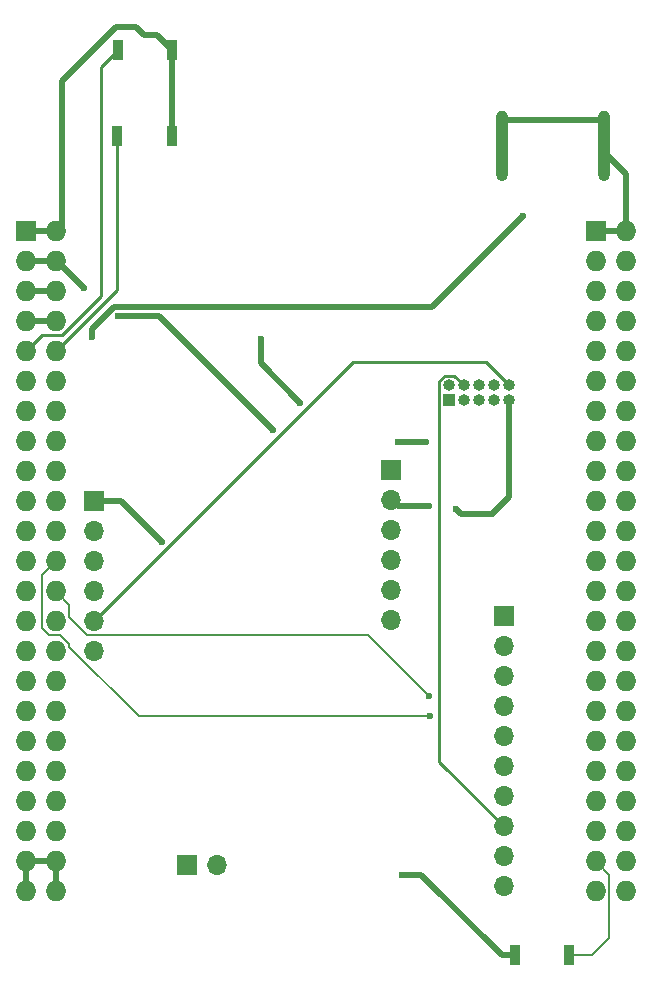
<source format=gbr>
%TF.GenerationSoftware,KiCad,Pcbnew,(5.1.9-0-10_14)*%
%TF.CreationDate,2021-02-17T21:02:51+08:00*%
%TF.ProjectId,bbb_multirouter,6262625f-6d75-46c7-9469-726f75746572,rev?*%
%TF.SameCoordinates,Original*%
%TF.FileFunction,Copper,L1,Top*%
%TF.FilePolarity,Positive*%
%FSLAX46Y46*%
G04 Gerber Fmt 4.6, Leading zero omitted, Abs format (unit mm)*
G04 Created by KiCad (PCBNEW (5.1.9-0-10_14)) date 2021-02-17 21:02:51*
%MOMM*%
%LPD*%
G01*
G04 APERTURE LIST*
%TA.AperFunction,ComponentPad*%
%ADD10O,1.700000X1.700000*%
%TD*%
%TA.AperFunction,ComponentPad*%
%ADD11R,1.700000X1.700000*%
%TD*%
%TA.AperFunction,ComponentPad*%
%ADD12O,1.000000X1.000000*%
%TD*%
%TA.AperFunction,ComponentPad*%
%ADD13R,1.000000X1.000000*%
%TD*%
%TA.AperFunction,SMDPad,CuDef*%
%ADD14R,0.899998X1.699997*%
%TD*%
%TA.AperFunction,ComponentPad*%
%ADD15O,1.000000X2.100000*%
%TD*%
%TA.AperFunction,ComponentPad*%
%ADD16O,1.000000X1.600000*%
%TD*%
%TA.AperFunction,ComponentPad*%
%ADD17R,1.727200X1.727200*%
%TD*%
%TA.AperFunction,ComponentPad*%
%ADD18O,1.727200X1.727200*%
%TD*%
%TA.AperFunction,ViaPad*%
%ADD19C,0.600000*%
%TD*%
%TA.AperFunction,Conductor*%
%ADD20C,0.508000*%
%TD*%
%TA.AperFunction,Conductor*%
%ADD21C,0.250000*%
%TD*%
%TA.AperFunction,Conductor*%
%ADD22C,0.254000*%
%TD*%
%TA.AperFunction,Conductor*%
%ADD23C,0.200000*%
%TD*%
%TA.AperFunction,Conductor*%
%ADD24C,1.016000*%
%TD*%
G04 APERTURE END LIST*
D10*
%TO.P,J5,10*%
%TO.N,RESETn*%
X156870100Y-117862400D03*
%TO.P,J5,9*%
%TO.N,/Sheet5FB19A08/DBG_TDI*%
X156870100Y-115322400D03*
%TO.P,J5,8*%
%TO.N,DBG_SWO*%
X156870100Y-112782400D03*
%TO.P,J5,7*%
%TO.N,DBG_SWDIO*%
X156870100Y-110242400D03*
%TO.P,J5,6*%
%TO.N,DBG_SWCLK*%
X156870100Y-107702400D03*
%TO.P,J5,5*%
%TO.N,/Sheet5FB19A08/PC11*%
X156870100Y-105162400D03*
%TO.P,J5,4*%
%TO.N,/Sheet5FB19A08/PC10*%
X156870100Y-102622400D03*
%TO.P,J5,3*%
%TO.N,UART1_TXD*%
X156870100Y-100082400D03*
%TO.P,J5,2*%
%TO.N,UART1_RXD*%
X156870100Y-97542400D03*
D11*
%TO.P,J5,1*%
%TO.N,GND*%
X156870100Y-95002400D03*
%TD*%
D10*
%TO.P,J4,6*%
%TO.N,/Sheet5FB19A08/I2C_SDA*%
X147320100Y-95282400D03*
%TO.P,J4,5*%
%TO.N,/Sheet5FB19A08/I2C_SCL*%
X147320100Y-92742400D03*
%TO.P,J4,4*%
%TO.N,/Sheet5FB19A08/PB12*%
X147320100Y-90202400D03*
%TO.P,J4,3*%
%TO.N,/Sheet5FB19A08/PB13*%
X147320100Y-87662400D03*
%TO.P,J4,2*%
%TO.N,GND*%
X147320100Y-85122400D03*
D11*
%TO.P,J4,1*%
%TO.N,+3V3*%
X147320100Y-82582400D03*
%TD*%
D12*
%TO.P,CON1,9*%
%TO.N,GND*%
X157310100Y-76717400D03*
%TO.P,CON1,10*%
%TO.N,UART0_TX*%
X157310100Y-75447400D03*
%TO.P,CON1,7*%
%TO.N,DBG_SWCLK*%
X156040100Y-76717400D03*
%TO.P,CON1,8*%
%TO.N,UART0_RX*%
X156040100Y-75447400D03*
%TO.P,CON1,5*%
%TO.N,DBG_SWDIO*%
X154770100Y-76717400D03*
%TO.P,CON1,6*%
%TO.N,GND*%
X154770100Y-75447400D03*
%TO.P,CON1,3*%
%TO.N,+3V3*%
X153500100Y-76717400D03*
%TO.P,CON1,4*%
%TO.N,DBG_SWO*%
X153500100Y-75447400D03*
%TO.P,CON1,2*%
%TO.N,RESETn*%
X152230100Y-75447400D03*
D13*
%TO.P,CON1,1*%
%TO.N,Net-(CON1-Pad1)*%
X152230100Y-76717400D03*
%TD*%
D14*
%TO.P,SW3,1*%
%TO.N,LCD_DATA2*%
X162390070Y-123712400D03*
%TO.P,SW3,2*%
%TO.N,GND*%
X157790130Y-123712400D03*
%TD*%
%TO.P,SW2,1*%
%TO.N,SYS_RESETN*%
X124120130Y-54372400D03*
%TO.P,SW2,2*%
%TO.N,GND*%
X128720070Y-54372400D03*
%TD*%
%TO.P,SW1,1*%
%TO.N,PWR_BUT*%
X124170130Y-47052400D03*
%TO.P,SW1,2*%
%TO.N,GND*%
X128770070Y-47052400D03*
%TD*%
D15*
%TO.P,J3,S1*%
%TO.N,GND*%
X165330100Y-57162400D03*
X156690100Y-57162400D03*
D16*
X156690100Y-52982400D03*
X165330100Y-52982400D03*
%TD*%
D10*
%TO.P,J2,2*%
%TO.N,USB_DP*%
X132570100Y-116039400D03*
D11*
%TO.P,J2,1*%
%TO.N,USB_DM*%
X130030100Y-116039400D03*
%TD*%
D10*
%TO.P,J1,6*%
%TO.N,Net-(J1-Pad6)*%
X122137100Y-97942400D03*
%TO.P,J1,5*%
%TO.N,UART0_TX*%
X122137100Y-95402400D03*
%TO.P,J1,4*%
%TO.N,UART0_RX*%
X122137100Y-92862400D03*
%TO.P,J1,3*%
%TO.N,Net-(J1-Pad3)*%
X122137100Y-90322400D03*
%TO.P,J1,2*%
%TO.N,Net-(J1-Pad2)*%
X122137100Y-87782400D03*
D11*
%TO.P,J1,1*%
%TO.N,GND*%
X122137100Y-85242400D03*
%TD*%
D17*
%TO.P,P8,1*%
%TO.N,GND*%
X164630100Y-62382400D03*
D18*
%TO.P,P8,2*%
X167170100Y-62382400D03*
%TO.P,P8,3*%
%TO.N,MMC1_DAT6*%
X164630100Y-64922400D03*
%TO.P,P8,4*%
%TO.N,MMC1_DAT7*%
X167170100Y-64922400D03*
%TO.P,P8,5*%
%TO.N,MMC1_DAT2*%
X164630100Y-67462400D03*
%TO.P,P8,6*%
%TO.N,MMC1_DAT3*%
X167170100Y-67462400D03*
%TO.P,P8,7*%
%TO.N,GPIO_66*%
X164630100Y-70002400D03*
%TO.P,P8,8*%
%TO.N,GPIO_67*%
X167170100Y-70002400D03*
%TO.P,P8,9*%
%TO.N,GPIO_69*%
X164630100Y-72542400D03*
%TO.P,P8,10*%
%TO.N,GPIO_68*%
X167170100Y-72542400D03*
%TO.P,P8,11*%
%TO.N,GPIO_45*%
X164630100Y-75082400D03*
%TO.P,P8,12*%
%TO.N,GPIO_44*%
X167170100Y-75082400D03*
%TO.P,P8,13*%
%TO.N,EHRPWM2B*%
X164630100Y-77622400D03*
%TO.P,P8,14*%
%TO.N,GPIO_26*%
X167170100Y-77622400D03*
%TO.P,P8,15*%
%TO.N,GPIO_47*%
X164630100Y-80162400D03*
%TO.P,P8,16*%
%TO.N,GPIO_46*%
X167170100Y-80162400D03*
%TO.P,P8,17*%
%TO.N,GPIO_27*%
X164630100Y-82702400D03*
%TO.P,P8,18*%
%TO.N,GPIO_65*%
X167170100Y-82702400D03*
%TO.P,P8,19*%
%TO.N,EHRPWM2A*%
X164630100Y-85242400D03*
%TO.P,P8,20*%
%TO.N,MMC1_CMD*%
X167170100Y-85242400D03*
%TO.P,P8,21*%
%TO.N,MMC1_CLK*%
X164630100Y-87782400D03*
%TO.P,P8,22*%
%TO.N,MMC1_DAT5*%
X167170100Y-87782400D03*
%TO.P,P8,23*%
%TO.N,MMC1_DAT4*%
X164630100Y-90322400D03*
%TO.P,P8,24*%
%TO.N,MMC1_DAT1*%
X167170100Y-90322400D03*
%TO.P,P8,25*%
%TO.N,MMC1_DAT0*%
X164630100Y-92862400D03*
%TO.P,P8,26*%
%TO.N,GPIO_61*%
X167170100Y-92862400D03*
%TO.P,P8,27*%
%TO.N,LCD_VSYNC*%
X164630100Y-95402400D03*
%TO.P,P8,28*%
%TO.N,LCD_PCLK*%
X167170100Y-95402400D03*
%TO.P,P8,29*%
%TO.N,LCD_HSYNC*%
X164630100Y-97942400D03*
%TO.P,P8,30*%
%TO.N,LCD_AC_BIAS*%
X167170100Y-97942400D03*
%TO.P,P8,31*%
%TO.N,LCD_DATA14*%
X164630100Y-100482400D03*
%TO.P,P8,32*%
%TO.N,LCD_DATA15*%
X167170100Y-100482400D03*
%TO.P,P8,33*%
%TO.N,LCD_DATA13*%
X164630100Y-103022400D03*
%TO.P,P8,34*%
%TO.N,LCD_DATA11*%
X167170100Y-103022400D03*
%TO.P,P8,35*%
%TO.N,LCD_DATA12*%
X164630100Y-105562400D03*
%TO.P,P8,36*%
%TO.N,LCD_DATA10*%
X167170100Y-105562400D03*
%TO.P,P8,37*%
%TO.N,LCD_DATA8*%
X164630100Y-108102400D03*
%TO.P,P8,38*%
%TO.N,LCD_DATA9*%
X167170100Y-108102400D03*
%TO.P,P8,39*%
%TO.N,LCD_DATA6*%
X164630100Y-110642400D03*
%TO.P,P8,40*%
%TO.N,LCD_DATA7*%
X167170100Y-110642400D03*
%TO.P,P8,41*%
%TO.N,LCD_DATA4*%
X164630100Y-113182400D03*
%TO.P,P8,42*%
%TO.N,LCD_DATA5*%
X167170100Y-113182400D03*
%TO.P,P8,43*%
%TO.N,LCD_DATA2*%
X164630100Y-115722400D03*
%TO.P,P8,44*%
%TO.N,LCD_DATA3*%
X167170100Y-115722400D03*
%TO.P,P8,45*%
%TO.N,LCD_DATA0*%
X164630100Y-118262400D03*
%TO.P,P8,46*%
%TO.N,LCD_DATA1*%
X167170100Y-118262400D03*
%TD*%
D17*
%TO.P,P9,1*%
%TO.N,GND*%
X116370100Y-62382400D03*
D18*
%TO.P,P9,2*%
X118910100Y-62382400D03*
%TO.P,P9,3*%
%TO.N,+3V3*%
X116370100Y-64922400D03*
%TO.P,P9,4*%
X118910100Y-64922400D03*
%TO.P,P9,5*%
%TO.N,+5V*%
X116370100Y-67462400D03*
%TO.P,P9,6*%
X118910100Y-67462400D03*
%TO.P,P9,7*%
%TO.N,SYS_5V*%
X116370100Y-70002400D03*
%TO.P,P9,8*%
X118910100Y-70002400D03*
%TO.P,P9,9*%
%TO.N,PWR_BUT*%
X116370100Y-72542400D03*
%TO.P,P9,10*%
%TO.N,SYS_RESETN*%
X118910100Y-72542400D03*
%TO.P,P9,11*%
%TO.N,UART4_RXD*%
X116370100Y-75082400D03*
%TO.P,P9,12*%
%TO.N,GPIO_60*%
X118910100Y-75082400D03*
%TO.P,P9,13*%
%TO.N,UART4_TXD*%
X116370100Y-77622400D03*
%TO.P,P9,14*%
%TO.N,EHRPWM1A*%
X118910100Y-77622400D03*
%TO.P,P9,15*%
%TO.N,GPIO_48*%
X116370100Y-80162400D03*
%TO.P,P9,16*%
%TO.N,EHRPWM1B*%
X118910100Y-80162400D03*
%TO.P,P9,17*%
%TO.N,SPI0_CS0*%
X116370100Y-82702400D03*
%TO.P,P9,18*%
%TO.N,SPI0_D1*%
X118910100Y-82702400D03*
%TO.P,P9,19*%
%TO.N,I2C2_SCL*%
X116370100Y-85242400D03*
%TO.P,P9,20*%
%TO.N,I2C2_SDA*%
X118910100Y-85242400D03*
%TO.P,P9,21*%
%TO.N,SPI0_D0*%
X116370100Y-87782400D03*
%TO.P,P9,22*%
%TO.N,SPI0_SCLK*%
X118910100Y-87782400D03*
%TO.P,P9,23*%
%TO.N,GPIO_49*%
X116370100Y-90322400D03*
%TO.P,P9,24*%
%TO.N,UART1_TXD*%
X118910100Y-90322400D03*
%TO.P,P9,25*%
%TO.N,GPIO_117*%
X116370100Y-92862400D03*
%TO.P,P9,26*%
%TO.N,UART1_RXD*%
X118910100Y-92862400D03*
%TO.P,P9,27*%
%TO.N,GPIO_115*%
X116370100Y-95402400D03*
%TO.P,P9,28*%
%TO.N,SPI1_CS0*%
X118910100Y-95402400D03*
%TO.P,P9,29*%
%TO.N,SPI1_D0*%
X116370100Y-97942400D03*
%TO.P,P9,30*%
%TO.N,GPIO_112*%
X118910100Y-97942400D03*
%TO.P,P9,31*%
%TO.N,SPI1_SCLK*%
X116370100Y-100482400D03*
%TO.P,P9,32*%
%TO.N,VDD_ADC*%
X118910100Y-100482400D03*
%TO.P,P9,33*%
%TO.N,AIN4*%
X116370100Y-103022400D03*
%TO.P,P9,34*%
%TO.N,GNDA_ADC*%
X118910100Y-103022400D03*
%TO.P,P9,35*%
%TO.N,AIN6*%
X116370100Y-105562400D03*
%TO.P,P9,36*%
%TO.N,AIN5*%
X118910100Y-105562400D03*
%TO.P,P9,37*%
%TO.N,AIN2*%
X116370100Y-108102400D03*
%TO.P,P9,38*%
%TO.N,AIN3*%
X118910100Y-108102400D03*
%TO.P,P9,39*%
%TO.N,AIN0*%
X116370100Y-110642400D03*
%TO.P,P9,40*%
%TO.N,AIN1*%
X118910100Y-110642400D03*
%TO.P,P9,41*%
%TO.N,GPIO_20*%
X116370100Y-113182400D03*
%TO.P,P9,42*%
%TO.N,ECAPPWM0*%
X118910100Y-113182400D03*
%TO.P,P9,43*%
%TO.N,GND*%
X116370100Y-115722400D03*
%TO.P,P9,44*%
X118910100Y-115722400D03*
%TO.P,P9,45*%
X116370100Y-118262400D03*
%TO.P,P9,46*%
X118910100Y-118262400D03*
%TD*%
D19*
%TO.N,+3V3*%
X121320100Y-67242400D03*
X147910000Y-80240000D03*
X150260000Y-80240000D03*
X137310000Y-79190000D03*
X124200000Y-69570000D03*
%TO.N,+5V*%
X158510000Y-61090000D03*
X121950000Y-71330000D03*
%TO.N,UART1_TXD*%
X150620100Y-103472400D03*
%TO.N,UART1_RXD*%
X150550100Y-101762400D03*
%TO.N,GND*%
X148240100Y-116902400D03*
X139600000Y-76910000D03*
X136280000Y-71530000D03*
X155840000Y-86330000D03*
X152820000Y-85940000D03*
X150530000Y-85680000D03*
X127916394Y-88736394D03*
%TD*%
D20*
%TO.N,+3V3*%
X116370100Y-64922400D02*
X118910100Y-64922400D01*
X119000100Y-64922400D02*
X121320100Y-67242400D01*
X118910100Y-64922400D02*
X119000100Y-64922400D01*
X147910000Y-80240000D02*
X150260000Y-80240000D01*
X127690000Y-69570000D02*
X124200000Y-69570000D01*
X137310000Y-79190000D02*
X127690000Y-69570000D01*
%TO.N,+5V*%
X116370100Y-67462400D02*
X118910100Y-67462400D01*
X121950000Y-70704078D02*
X121950000Y-71330000D01*
X123838079Y-68815999D02*
X121950000Y-70704078D01*
X150784001Y-68815999D02*
X123838079Y-68815999D01*
X158510000Y-61090000D02*
X150784001Y-68815999D01*
%TO.N,SYS_5V*%
X116370100Y-70002400D02*
X118910100Y-70002400D01*
D21*
%TO.N,PWR_BUT*%
X119480629Y-71191001D02*
X122750100Y-67921530D01*
X117721499Y-71191001D02*
X119480629Y-71191001D01*
X116370100Y-72542400D02*
X117721499Y-71191001D01*
X122750100Y-48472430D02*
X124170130Y-47052400D01*
X122750100Y-67921530D02*
X122750100Y-48472430D01*
%TO.N,SYS_RESETN*%
X124120130Y-67332370D02*
X118910100Y-72542400D01*
X124120130Y-54372400D02*
X124120130Y-67332370D01*
D22*
%TO.N,UART0_TX*%
X144077100Y-73462400D02*
X122137100Y-95402400D01*
X155325100Y-73462400D02*
X144077100Y-73462400D01*
X157310100Y-75447400D02*
X155325100Y-73462400D01*
%TO.N,UART0_RX*%
X122315099Y-92684401D02*
X122137100Y-92862400D01*
D23*
%TO.N,LCD_DATA2*%
X164350100Y-123712400D02*
X162390070Y-123712400D01*
X165793701Y-122268799D02*
X164350100Y-123712400D01*
X165793701Y-116886001D02*
X165793701Y-122268799D01*
X164630100Y-115722400D02*
X165793701Y-116886001D01*
%TO.N,UART1_TXD*%
X117746499Y-95960929D02*
X117746499Y-91486001D01*
X117746499Y-91486001D02*
X118910100Y-90322400D01*
X118351571Y-96566001D02*
X117746499Y-95960929D01*
X119255831Y-96566001D02*
X118351571Y-96566001D01*
X120073701Y-97383871D02*
X119255831Y-96566001D01*
X120073701Y-97581003D02*
X120073701Y-97383871D01*
X125965098Y-103472400D02*
X120073701Y-97581003D01*
X150620100Y-103472400D02*
X125965098Y-103472400D01*
%TO.N,UART1_RXD*%
X120073701Y-95041003D02*
X120073701Y-94026001D01*
X121585099Y-96552401D02*
X120073701Y-95041003D01*
X145340101Y-96552401D02*
X121585099Y-96552401D01*
X120073701Y-94026001D02*
X118910100Y-92862400D01*
X150550100Y-101762400D02*
X145340101Y-96552401D01*
D24*
%TO.N,GND*%
X156690100Y-57162400D02*
X156690100Y-52982400D01*
D20*
X156690100Y-52982400D02*
X165330100Y-52982400D01*
X164630100Y-62382400D02*
X167170100Y-62382400D01*
X167170100Y-62382400D02*
X167170100Y-57562400D01*
X167170100Y-57562400D02*
X165330100Y-55722400D01*
D24*
X165330100Y-55722400D02*
X165330100Y-57162400D01*
X165330100Y-52982400D02*
X165330100Y-55722400D01*
D20*
X128720070Y-47102400D02*
X128770070Y-47052400D01*
X128720070Y-54372400D02*
X128720070Y-47102400D01*
X127466071Y-45748401D02*
X126366101Y-45748401D01*
X128770070Y-47052400D02*
X127466071Y-45748401D01*
X126366101Y-45748401D02*
X125710100Y-45092400D01*
X124012931Y-45092400D02*
X119410100Y-49695231D01*
X125710100Y-45092400D02*
X124012931Y-45092400D01*
X119410100Y-61882400D02*
X118910100Y-62382400D01*
X119410100Y-49695231D02*
X119410100Y-61882400D01*
X118910100Y-62382400D02*
X116370100Y-62382400D01*
X116370100Y-115722400D02*
X118910100Y-115722400D01*
X118910100Y-115722400D02*
X118910100Y-118262400D01*
X116370100Y-115722400D02*
X116370100Y-118262400D01*
X157790130Y-123712400D02*
X156680100Y-123712400D01*
X149870100Y-116902400D02*
X148240100Y-116902400D01*
X156680100Y-123712400D02*
X149870100Y-116902400D01*
X136280000Y-73590000D02*
X136280000Y-71530000D01*
X139600000Y-76910000D02*
X136280000Y-73590000D01*
X153210000Y-86330000D02*
X152820000Y-85940000D01*
X155840000Y-86330000D02*
X153210000Y-86330000D01*
X147877700Y-85680000D02*
X147320100Y-85122400D01*
X150530000Y-85680000D02*
X147877700Y-85680000D01*
X157310100Y-84859900D02*
X155840000Y-86330000D01*
X157310100Y-76717400D02*
X157310100Y-84859900D01*
X124422400Y-85242400D02*
X122137100Y-85242400D01*
X127916394Y-88736394D02*
X124422400Y-85242400D01*
D22*
%TO.N,DBG_SWO*%
X151403099Y-107315399D02*
X156870100Y-112782400D01*
X151403099Y-75050439D02*
X151403099Y-107315399D01*
X151833139Y-74620399D02*
X151403099Y-75050439D01*
X152673099Y-74620399D02*
X151833139Y-74620399D01*
X153500100Y-75447400D02*
X152673099Y-74620399D01*
%TD*%
M02*

</source>
